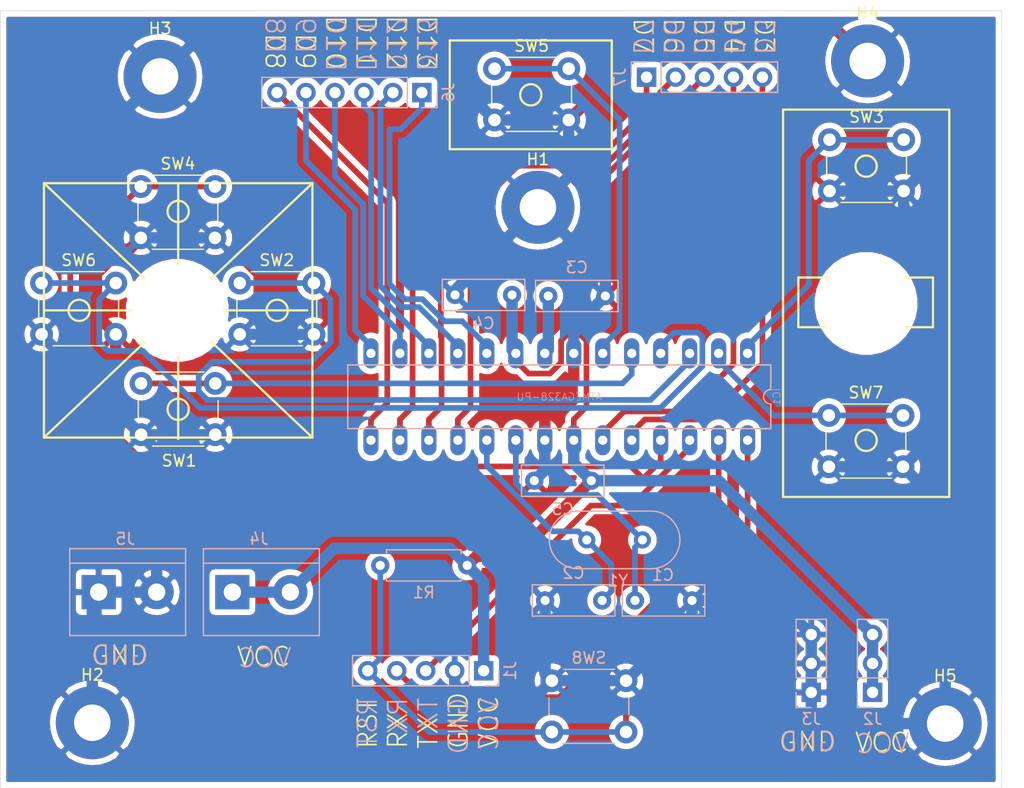
<source format=kicad_pcb>
(kicad_pcb (version 20171130) (host pcbnew "(5.1.0)-1")
  (layers (0 F.Cu signal) (31 B.Cu signal) (34 B.Paste user) (35 F.Paste user) (36 B.SilkS user) (37 F.SilkS user) (38 B.Mask user) (39 F.Mask user) (44 Edge.Cuts user))
  (net 0 "")
  (net 1 "Net-(IC1-Pad1)")
  (net 2 "Net-(IC1-Pad2)")
  (net 3 "Net-(IC1-Pad3)")
  (net 4 "Net-(IC1-Pad4)")
  (net 5 "Net-(IC1-Pad5)")
  (net 6 "Net-(IC1-Pad6)")
  (net 7 "Net-(IC1-Pad11)")
  (net 8 "Net-(IC1-Pad12)")
  (net 9 "Net-(IC1-Pad13)")
  (net 10 "Net-(IC1-Pad14)")
  (net 11 "Net-(IC1-Pad15)")
  (net 12 "Net-(IC1-Pad16)")
  (net 13 "Net-(IC1-Pad17)")
  (net 14 "Net-(IC1-Pad18)")
  (net 15 "Net-(IC1-Pad19)")
  (net 16 "Net-(IC1-Pad23)")
  (net 17 "Net-(IC1-Pad24)")
  (net 18 "Net-(IC1-Pad25)")
  (net 19 "Net-(IC1-Pad26)")
  (net 20 "Net-(IC1-Pad27)")
  (net 21 "Net-(IC1-Pad28)")
  (net 22 "Net-(C1-Pad1)")
  (net 23 "Net-(C1-Pad2)")
  (net 24 "Net-(C2-Pad2)")
  (net 25 "Net-(C3-Pad2)")
  (net 26 "Net-(C4-Pad2)")
  (module EchoCom:Hole (layer F.Cu) (at 99.11588 56.43372)
    (fp_text reference REF** (at -0.05588 -2.70764) (layer F.SilkS))
    (fp_text value Hole)
    (pad "" np_thru_hole circle (at 0 -5.08) (size 8 8) (drill 8) (layers *.Cu *.Mask))
  )
  (module EchoCom:Hole (layer F.Cu) (at 38.74516 57.03824)
    (fp_text reference REF** (at -0.05588 -2.70764) (layer F.SilkS))
    (fp_text value Hole)
    (pad "" np_thru_hole circle (at 0 -5.08) (size 8 8) (drill 8) (layers *.Cu *.Mask))
  )
  (module MountingHole:MountingHole_3.2mm_M3_Pad (layer F.Cu) (at 31.2928 88.13292)
    (fp_text reference H2 (at 0 -4.2) (layer F.SilkS))
    (fp_text value MountingHole_Pad)
    (pad 1 thru_hole circle (at 0 0) (size 6.4 6.4) (drill 3.2) (layers *.Cu *.Mask) (net 22 "Net-(C1-Pad1)"))
  )
  (module Capacitor_THT:C_Rect_L7.0mm_W2.5mm_P5.00mm (layer B.Cu) (at 83.86572 77.40904 180)
    (fp_text reference C1 (at 2.55524 2.24028 180) (layer B.SilkS) (effects (justify mirror)))
    (fp_text value C)
    (pad 1 thru_hole circle (at 0 0 180) (size 1.6 1.6) (drill 0.8) (layers *.Cu *.Mask) (net 22 "Net-(C1-Pad1)"))
    (pad 2 thru_hole circle (at 5 0 180) (size 1.6 1.6) (drill 0.8) (layers *.Cu *.Mask) (net 23 "Net-(C1-Pad2)"))
  )
  (module Capacitor_THT:C_Rect_L7.0mm_W2.5mm_P5.00mm (layer B.Cu) (at 70.98284 77.40904)
    (fp_text reference C2 (at 2.4892 -2.413) (layer B.SilkS) (effects (justify mirror)))
    (fp_text value C)
    (pad 2 thru_hole circle (at 5 0) (size 1.6 1.6) (drill 0.8) (layers *.Cu *.Mask) (net 24 "Net-(C2-Pad2)"))
    (pad 1 thru_hole circle (at 0 0) (size 1.6 1.6) (drill 0.8) (layers *.Cu *.Mask) (net 22 "Net-(C1-Pad1)"))
  )
  (module Capacitor_THT:C_Rect_L7.0mm_W2.5mm_P5.00mm (layer B.Cu) (at 76.26604 50.6984 180)
    (fp_text reference C3 (at 2.5 2.5 180) (layer B.SilkS) (effects (justify mirror)))
    (fp_text value C)
    (pad 1 thru_hole circle (at 0 0 180) (size 1.6 1.6) (drill 0.8) (layers *.Cu *.Mask) (net 22 "Net-(C1-Pad1)"))
    (pad 2 thru_hole circle (at 5 0 180) (size 1.6 1.6) (drill 0.8) (layers *.Cu *.Mask) (net 25 "Net-(C3-Pad2)"))
  )
  (module Capacitor_THT:C_Rect_L7.0mm_W2.5mm_P5.00mm (layer B.Cu) (at 63.08852 50.60696)
    (fp_text reference C4 (at 2.5 2.5) (layer B.SilkS) (effects (justify mirror)))
    (fp_text value C)
    (pad 1 thru_hole circle (at 0 0) (size 1.6 1.6) (drill 0.8) (layers *.Cu *.Mask) (net 22 "Net-(C1-Pad1)"))
    (pad 2 thru_hole circle (at 5 0) (size 1.6 1.6) (drill 0.8) (layers *.Cu *.Mask) (net 26 "Net-(C4-Pad2)"))
  )
  (module Capacitor_THT:C_Rect_L7.0mm_W2.5mm_P5.00mm (layer B.Cu) (at 70.03288 66.9036)
    (fp_text reference C5 (at 2.5 2.5) (layer B.SilkS) (effects (justify mirror)))
    (fp_text value C)
    (pad 2 thru_hole circle (at 5 0) (size 1.6 1.6) (drill 0.8) (layers *.Cu *.Mask) (net 26 "Net-(C4-Pad2)"))
    (pad 1 thru_hole circle (at 0 0) (size 1.6 1.6) (drill 0.8) (layers *.Cu *.Mask) (net 22 "Net-(C1-Pad1)"))
  )
  (module MountingHole:MountingHole_3.2mm_M3_Pad (layer F.Cu) (at 70.35292 42.92092)
    (fp_text reference H1 (at 0 -4.2) (layer F.SilkS))
    (fp_text value MountingHole_Pad)
    (pad 1 thru_hole circle (at 0 0) (size 6.4 6.4) (drill 3.2) (layers *.Cu *.Mask) (net 22 "Net-(C1-Pad1)"))
  )
  (module MountingHole:MountingHole_3.2mm_M3_Pad (layer F.Cu) (at 37.23132 31.44012)
    (fp_text reference H3 (at 0 -4.2) (layer F.SilkS))
    (fp_text value MountingHole_Pad)
    (pad 1 thru_hole circle (at 0 0) (size 6.4 6.4) (drill 3.2) (layers *.Cu *.Mask) (net 22 "Net-(C1-Pad1)"))
  )
  (module MountingHole:MountingHole_3.2mm_M3_Pad (layer F.Cu) (at 99.25812 30.08884)
    (fp_text reference H4 (at 0 -4.2) (layer F.SilkS))
    (fp_text value MountingHole_Pad)
    (pad 1 thru_hole circle (at 0 0) (size 6.4 6.4) (drill 3.2) (layers *.Cu *.Mask) (net 22 "Net-(C1-Pad1)"))
  )
  (module MountingHole:MountingHole_3.2mm_M3_Pad (layer F.Cu) (at 106.05516 88.20912)
    (fp_text reference H5 (at 0 -4.2) (layer F.SilkS))
    (fp_text value MountingHole_Pad)
    (pad 1 thru_hole circle (at 0 0) (size 6.4 6.4) (drill 3.2) (layers *.Cu *.Mask) (net 22 "Net-(C1-Pad1)"))
  )
  (module Connector_PinHeader_2.54mm:PinHeader_1x05_P2.54mm_Vertical (layer B.Cu) (at 65.59804 83.57108 90)
    (fp_text reference J1 (at 0 2.33 90) (layer B.SilkS) (effects (justify mirror)))
    (fp_text value Conn_Programmer)
    (pad 1 thru_hole rect (at 0 0 90) (size 1.7 1.7) (drill 1) (layers *.Cu *.Mask) (net 26 "Net-(C4-Pad2)"))
    (pad 2 thru_hole oval (at 0 -2.54 90) (size 1.7 1.7) (drill 1) (layers *.Cu *.Mask) (net 22 "Net-(C1-Pad1)"))
    (pad 3 thru_hole oval (at 0 -5.08 90) (size 1.7 1.7) (drill 1) (layers *.Cu *.Mask) (net 3 "Net-(IC1-Pad3)"))
    (pad 4 thru_hole oval (at 0 -7.62 90) (size 1.7 1.7) (drill 1) (layers *.Cu *.Mask) (net 2 "Net-(IC1-Pad2)"))
    (pad 5 thru_hole oval (at 0 -10.16 90) (size 1.7 1.7) (drill 1) (layers *.Cu *.Mask) (net 1 "Net-(IC1-Pad1)"))
  )
  (module Connector_PinHeader_2.54mm:PinHeader_1x03_P2.54mm_Vertical (layer B.Cu) (at 99.68992 85.471)
    (fp_text reference J2 (at 0 2.33) (layer B.SilkS) (effects (justify mirror)))
    (fp_text value "Conn_VCC (5v)")
    (pad 3 thru_hole oval (at 0 -5.08) (size 1.7 1.7) (drill 1) (layers *.Cu *.Mask) (net 26 "Net-(C4-Pad2)"))
    (pad 2 thru_hole oval (at 0 -2.54) (size 1.7 1.7) (drill 1) (layers *.Cu *.Mask) (net 26 "Net-(C4-Pad2)"))
    (pad 1 thru_hole rect (at 0 0) (size 1.7 1.7) (drill 1) (layers *.Cu *.Mask) (net 26 "Net-(C4-Pad2)"))
  )
  (module Connector_PinHeader_2.54mm:PinHeader_1x03_P2.54mm_Vertical (layer B.Cu) (at 94.31528 85.471)
    (fp_text reference J3 (at 0 2.33) (layer B.SilkS) (effects (justify mirror)))
    (fp_text value Conn_GND)
    (pad 1 thru_hole rect (at 0 0) (size 1.7 1.7) (drill 1) (layers *.Cu *.Mask) (net 22 "Net-(C1-Pad1)"))
    (pad 2 thru_hole oval (at 0 -2.54) (size 1.7 1.7) (drill 1) (layers *.Cu *.Mask) (net 22 "Net-(C1-Pad1)"))
    (pad 3 thru_hole oval (at 0 -5.08) (size 1.7 1.7) (drill 1) (layers *.Cu *.Mask) (net 22 "Net-(C1-Pad1)"))
  )
  (module TerminalBlock:TerminalBlock_bornier-2_P5.08mm (layer B.Cu) (at 43.57116 76.67752)
    (fp_text reference J4 (at 2.32664 -4.6736) (layer B.SilkS) (effects (justify mirror)))
    (fp_text value Screw_Terminal_VCC)
    (pad 1 thru_hole rect (at 0 0) (size 3 3) (drill 1.52) (layers *.Cu *.Mask) (net 26 "Net-(C4-Pad2)"))
    (pad 2 thru_hole circle (at 5.08 0) (size 3 3) (drill 1.52) (layers *.Cu *.Mask) (net 26 "Net-(C4-Pad2)"))
  )
  (module TerminalBlock:TerminalBlock_bornier-2_P5.08mm (layer B.Cu) (at 31.8516 76.67752)
    (fp_text reference J5 (at 2.32664 -4.6736) (layer B.SilkS) (effects (justify mirror)))
    (fp_text value Screw_Terminal_GND)
    (pad 2 thru_hole circle (at 5.08 0) (size 3 3) (drill 1.52) (layers *.Cu *.Mask) (net 22 "Net-(C1-Pad1)"))
    (pad 1 thru_hole rect (at 0 0) (size 3 3) (drill 1.52) (layers *.Cu *.Mask) (net 22 "Net-(C1-Pad1)"))
  )
  (module Connector_PinHeader_2.54mm:PinHeader_1x06_P2.54mm_Vertical (layer B.Cu) (at 60.18276 32.85744 90)
    (fp_text reference J6 (at 0 2.33 90) (layer B.SilkS) (effects (justify mirror)))
    (fp_text value Conn_01x06_Male)
    (pad 1 thru_hole rect (at 0 0 90) (size 1.7 1.7) (drill 1) (layers *.Cu *.Mask) (net 15 "Net-(IC1-Pad19)"))
    (pad 2 thru_hole oval (at 0 -2.54 90) (size 1.7 1.7) (drill 1) (layers *.Cu *.Mask) (net 14 "Net-(IC1-Pad18)"))
    (pad 3 thru_hole oval (at 0 -5.08 90) (size 1.7 1.7) (drill 1) (layers *.Cu *.Mask) (net 13 "Net-(IC1-Pad17)"))
    (pad 4 thru_hole oval (at 0 -7.62 90) (size 1.7 1.7) (drill 1) (layers *.Cu *.Mask) (net 12 "Net-(IC1-Pad16)"))
    (pad 5 thru_hole oval (at 0 -10.16 90) (size 1.7 1.7) (drill 1) (layers *.Cu *.Mask) (net 11 "Net-(IC1-Pad15)"))
    (pad 6 thru_hole oval (at 0 -12.7 90) (size 1.7 1.7) (drill 1) (layers *.Cu *.Mask) (net 10 "Net-(IC1-Pad14)"))
  )
  (module Connector_PinHeader_2.54mm:PinHeader_1x05_P2.54mm_Vertical (layer B.Cu) (at 79.87792 31.50616 270)
    (fp_text reference J7 (at 0 2.33 270) (layer B.SilkS) (effects (justify mirror)))
    (fp_text value Conn_01x05_Male)
    (pad 5 thru_hole oval (at 0 -10.16 270) (size 1.7 1.7) (drill 1) (layers *.Cu *.Mask) (net 5 "Net-(IC1-Pad5)"))
    (pad 4 thru_hole oval (at 0 -7.62 270) (size 1.7 1.7) (drill 1) (layers *.Cu *.Mask) (net 6 "Net-(IC1-Pad6)"))
    (pad 3 thru_hole oval (at 0 -5.08 270) (size 1.7 1.7) (drill 1) (layers *.Cu *.Mask) (net 7 "Net-(IC1-Pad11)"))
    (pad 2 thru_hole oval (at 0 -2.54 270) (size 1.7 1.7) (drill 1) (layers *.Cu *.Mask) (net 8 "Net-(IC1-Pad12)"))
    (pad 1 thru_hole rect (at 0 0 270) (size 1.7 1.7) (drill 1) (layers *.Cu *.Mask) (net 9 "Net-(IC1-Pad13)"))
  )
  (module Resistor_THT:R_Axial_DIN0207_L6.3mm_D2.5mm_P7.62mm_Horizontal (layer B.Cu) (at 56.53532 74.33564)
    (fp_text reference R1 (at 3.81 2.37) (layer B.SilkS) (effects (justify mirror)))
    (fp_text value R)
    (pad 1 thru_hole circle (at 0 0) (size 1.6 1.6) (drill 0.8) (layers *.Cu *.Mask) (net 1 "Net-(IC1-Pad1)"))
    (pad 2 thru_hole oval (at 7.62 0) (size 1.6 1.6) (drill 0.8) (layers *.Cu *.Mask) (net 26 "Net-(C4-Pad2)"))
  )
  (module Button_Switch_THT:SW_PUSH_6mm_H5mm (layer F.Cu) (at 35.57016 58.3692)
    (fp_text reference SW1 (at 3.33248 6.7818) (layer F.SilkS))
    (fp_text value SW_Cross_Down)
    (pad 2 thru_hole circle (at 0 4.5 90) (size 2 2) (drill 1.1) (layers *.Cu *.Mask) (net 22 "Net-(C1-Pad1)"))
    (pad 1 thru_hole circle (at 0 0 90) (size 2 2) (drill 1.1) (layers *.Cu *.Mask) (net 17 "Net-(IC1-Pad24)"))
    (pad 2 thru_hole circle (at 6.5 4.5 90) (size 2 2) (drill 1.1) (layers *.Cu *.Mask) (net 22 "Net-(C1-Pad1)"))
    (pad 1 thru_hole circle (at 6.5 0 90) (size 2 2) (drill 1.1) (layers *.Cu *.Mask) (net 17 "Net-(IC1-Pad24)"))
  )
  (module Button_Switch_THT:SW_PUSH_6mm_H5mm (layer F.Cu) (at 44.21632 49.56556)
    (fp_text reference SW2 (at 3.25 -2) (layer F.SilkS))
    (fp_text value SW_Cross_Right)
    (pad 2 thru_hole circle (at 0 4.5 90) (size 2 2) (drill 1.1) (layers *.Cu *.Mask) (net 22 "Net-(C1-Pad1)"))
    (pad 1 thru_hole circle (at 0 0 90) (size 2 2) (drill 1.1) (layers *.Cu *.Mask) (net 19 "Net-(IC1-Pad26)"))
    (pad 2 thru_hole circle (at 6.5 4.5 90) (size 2 2) (drill 1.1) (layers *.Cu *.Mask) (net 22 "Net-(C1-Pad1)"))
    (pad 1 thru_hole circle (at 6.5 0 90) (size 2 2) (drill 1.1) (layers *.Cu *.Mask) (net 19 "Net-(IC1-Pad26)"))
  )
  (module Button_Switch_THT:SW_PUSH_6mm_H5mm (layer F.Cu) (at 95.91548 36.99256)
    (fp_text reference SW3 (at 3.25 -2) (layer F.SilkS))
    (fp_text value SW_Dual_Up)
    (pad 1 thru_hole circle (at 6.5 0 90) (size 2 2) (drill 1.1) (layers *.Cu *.Mask) (net 21 "Net-(IC1-Pad28)"))
    (pad 2 thru_hole circle (at 6.5 4.5 90) (size 2 2) (drill 1.1) (layers *.Cu *.Mask) (net 22 "Net-(C1-Pad1)"))
    (pad 1 thru_hole circle (at 0 0 90) (size 2 2) (drill 1.1) (layers *.Cu *.Mask) (net 21 "Net-(IC1-Pad28)"))
    (pad 2 thru_hole circle (at 0 4.5 90) (size 2 2) (drill 1.1) (layers *.Cu *.Mask) (net 22 "Net-(C1-Pad1)"))
  )
  (module Button_Switch_THT:SW_PUSH_6mm_H5mm (layer F.Cu) (at 35.54476 41.10228)
    (fp_text reference SW4 (at 3.25 -2) (layer F.SilkS))
    (fp_text value SW_Cross_Up)
    (pad 2 thru_hole circle (at 0 4.5 90) (size 2 2) (drill 1.1) (layers *.Cu *.Mask) (net 22 "Net-(C1-Pad1)"))
    (pad 1 thru_hole circle (at 0 0 90) (size 2 2) (drill 1.1) (layers *.Cu *.Mask) (net 4 "Net-(IC1-Pad4)"))
    (pad 2 thru_hole circle (at 6.5 4.5 90) (size 2 2) (drill 1.1) (layers *.Cu *.Mask) (net 22 "Net-(C1-Pad1)"))
    (pad 1 thru_hole circle (at 6.5 0 90) (size 2 2) (drill 1.1) (layers *.Cu *.Mask) (net 4 "Net-(IC1-Pad4)"))
  )
  (module Button_Switch_THT:SW_PUSH_6mm_H5mm (layer F.Cu) (at 66.55308 30.76448)
    (fp_text reference SW5 (at 3.25 -2) (layer F.SilkS))
    (fp_text value SW_Single)
    (pad 1 thru_hole circle (at 6.5 0 90) (size 2 2) (drill 1.1) (layers *.Cu *.Mask) (net 16 "Net-(IC1-Pad23)"))
    (pad 2 thru_hole circle (at 6.5 4.5 90) (size 2 2) (drill 1.1) (layers *.Cu *.Mask) (net 22 "Net-(C1-Pad1)"))
    (pad 1 thru_hole circle (at 0 0 90) (size 2 2) (drill 1.1) (layers *.Cu *.Mask) (net 16 "Net-(IC1-Pad23)"))
    (pad 2 thru_hole circle (at 0 4.5 90) (size 2 2) (drill 1.1) (layers *.Cu *.Mask) (net 22 "Net-(C1-Pad1)"))
  )
  (module Button_Switch_THT:SW_PUSH_6mm_H5mm (layer F.Cu) (at 26.8478 49.56556)
    (fp_text reference SW6 (at 3.25 -2) (layer F.SilkS))
    (fp_text value SW_Cross_Left)
    (pad 1 thru_hole circle (at 6.5 0 90) (size 2 2) (drill 1.1) (layers *.Cu *.Mask) (net 18 "Net-(IC1-Pad25)"))
    (pad 2 thru_hole circle (at 6.5 4.5 90) (size 2 2) (drill 1.1) (layers *.Cu *.Mask) (net 22 "Net-(C1-Pad1)"))
    (pad 1 thru_hole circle (at 0 0 90) (size 2 2) (drill 1.1) (layers *.Cu *.Mask) (net 18 "Net-(IC1-Pad25)"))
    (pad 2 thru_hole circle (at 0 4.5 90) (size 2 2) (drill 1.1) (layers *.Cu *.Mask) (net 22 "Net-(C1-Pad1)"))
  )
  (module Button_Switch_THT:SW_PUSH_6mm_H5mm (layer F.Cu) (at 95.8596 61.17844)
    (fp_text reference SW7 (at 3.25 -2) (layer F.SilkS))
    (fp_text value SW_Dual_Down)
    (pad 1 thru_hole circle (at 6.5 0 90) (size 2 2) (drill 1.1) (layers *.Cu *.Mask) (net 20 "Net-(IC1-Pad27)"))
    (pad 2 thru_hole circle (at 6.5 4.5 90) (size 2 2) (drill 1.1) (layers *.Cu *.Mask) (net 22 "Net-(C1-Pad1)"))
    (pad 1 thru_hole circle (at 0 0 90) (size 2 2) (drill 1.1) (layers *.Cu *.Mask) (net 20 "Net-(IC1-Pad27)"))
    (pad 2 thru_hole circle (at 0 4.5 90) (size 2 2) (drill 1.1) (layers *.Cu *.Mask) (net 22 "Net-(C1-Pad1)"))
  )
  (module Button_Switch_THT:SW_PUSH_6mm_H5mm (layer B.Cu) (at 78.0772 84.44484 180)
    (fp_text reference SW8 (at 3.25 2 180) (layer B.SilkS) (effects (justify mirror)))
    (fp_text value SW_Reset)
    (pad 2 thru_hole circle (at 0 -4.5 90) (size 2 2) (drill 1.1) (layers *.Cu *.Mask) (net 1 "Net-(IC1-Pad1)"))
    (pad 1 thru_hole circle (at 0 0 90) (size 2 2) (drill 1.1) (layers *.Cu *.Mask) (net 22 "Net-(C1-Pad1)"))
    (pad 2 thru_hole circle (at 6.5 -4.5 90) (size 2 2) (drill 1.1) (layers *.Cu *.Mask) (net 1 "Net-(IC1-Pad1)"))
    (pad 1 thru_hole circle (at 6.5 0 90) (size 2 2) (drill 1.1) (layers *.Cu *.Mask) (net 22 "Net-(C1-Pad1)"))
  )
  (module Crystal:Crystal_HC49-4H_Vertical (layer B.Cu) (at 74.63536 72.09536)
    (fp_text reference Y1 (at 2.72288 3.57632) (layer B.SilkS) (effects (justify mirror)))
    (fp_text value Crystal)
    (pad 1 thru_hole circle (at 0 0) (size 1.5 1.5) (drill 0.8) (layers *.Cu *.Mask) (net 24 "Net-(C2-Pad2)"))
    (pad 2 thru_hole circle (at 4.88 0) (size 1.5 1.5) (drill 0.8) (layers *.Cu *.Mask) (net 23 "Net-(C1-Pad2)"))
  )
  (module ATMEGA328-PU:DIL28 (layer B.Cu) (at 72.22744 59.54268 90)
    (fp_text reference IC1 (at 0 19.066 90) (layer B.SilkS) (effects (font (size 0.640539 0.640539) (thickness 0.05)) (justify mirror)))
    (fp_text value ATMEGA328-PU (at 0 0) (layer B.SilkS) (effects (font (size 0.640739 0.640739) (thickness 0.05)) (justify mirror)))
    (pad 1 thru_hole oval (at -3.81 16.51 90) (size 2.6416 1.3208) (drill 0.8128) (layers *.Cu *.Mask) (net 1 "Net-(IC1-Pad1)"))
    (pad 2 thru_hole oval (at -3.81 13.97 90) (size 2.6416 1.3208) (drill 0.8128) (layers *.Cu *.Mask) (net 2 "Net-(IC1-Pad2)"))
    (pad 3 thru_hole oval (at -3.81 11.43 90) (size 2.6416 1.3208) (drill 0.8128) (layers *.Cu *.Mask) (net 3 "Net-(IC1-Pad3)"))
    (pad 4 thru_hole oval (at -3.81 8.89 90) (size 2.6416 1.3208) (drill 0.8128) (layers *.Cu *.Mask) (net 4 "Net-(IC1-Pad4)"))
    (pad 5 thru_hole oval (at -3.81 6.35 90) (size 2.6416 1.3208) (drill 0.8128) (layers *.Cu *.Mask) (net 5 "Net-(IC1-Pad5)"))
    (pad 6 thru_hole oval (at -3.81 3.81 90) (size 2.6416 1.3208) (drill 0.8128) (layers *.Cu *.Mask) (net 6 "Net-(IC1-Pad6)"))
    (pad 7 thru_hole oval (at -3.81 1.27 90) (size 2.6416 1.3208) (drill 0.8128) (layers *.Cu *.Mask) (net 26 "Net-(C4-Pad2)"))
    (pad 8 thru_hole oval (at -3.81 -1.27 90) (size 2.6416 1.3208) (drill 0.8128) (layers *.Cu *.Mask) (net 22 "Net-(C1-Pad1)"))
    (pad 9 thru_hole oval (at -3.81 -3.81 90) (size 2.6416 1.3208) (drill 0.8128) (layers *.Cu *.Mask) (net 23 "Net-(C1-Pad2)"))
    (pad 10 thru_hole oval (at -3.81 -6.35 90) (size 2.6416 1.3208) (drill 0.8128) (layers *.Cu *.Mask) (net 24 "Net-(C2-Pad2)"))
    (pad 11 thru_hole oval (at -3.81 -8.89 90) (size 2.6416 1.3208) (drill 0.8128) (layers *.Cu *.Mask) (net 7 "Net-(IC1-Pad11)"))
    (pad 12 thru_hole oval (at -3.81 -11.43 90) (size 2.6416 1.3208) (drill 0.8128) (layers *.Cu *.Mask) (net 8 "Net-(IC1-Pad12)"))
    (pad 13 thru_hole oval (at -3.81 -13.97 90) (size 2.6416 1.3208) (drill 0.8128) (layers *.Cu *.Mask) (net 9 "Net-(IC1-Pad13)"))
    (pad 14 thru_hole oval (at -3.81 -16.51 90) (size 2.6416 1.3208) (drill 0.8128) (layers *.Cu *.Mask) (net 10 "Net-(IC1-Pad14)"))
    (pad 15 thru_hole oval (at 3.81 -16.51 90) (size 2.6416 1.3208) (drill 0.8128) (layers *.Cu *.Mask) (net 11 "Net-(IC1-Pad15)"))
    (pad 16 thru_hole oval (at 3.81 -13.97 90) (size 2.6416 1.3208) (drill 0.8128) (layers *.Cu *.Mask) (net 12 "Net-(IC1-Pad16)"))
    (pad 17 thru_hole oval (at 3.81 -11.43 90) (size 2.6416 1.3208) (drill 0.8128) (layers *.Cu *.Mask) (net 13 "Net-(IC1-Pad17)"))
    (pad 18 thru_hole oval (at 3.81 -8.89 90) (size 2.6416 1.3208) (drill 0.8128) (layers *.Cu *.Mask) (net 14 "Net-(IC1-Pad18)"))
    (pad 19 thru_hole oval (at 3.81 -6.35 90) (size 2.6416 1.3208) (drill 0.8128) (layers *.Cu *.Mask) (net 15 "Net-(IC1-Pad19)"))
    (pad 20 thru_hole oval (at 3.81 -3.81 90) (size 2.6416 1.3208) (drill 0.8128) (layers *.Cu *.Mask) (net 26 "Net-(C4-Pad2)"))
    (pad 21 thru_hole oval (at 3.81 -1.27 90) (size 2.6416 1.3208) (drill 0.8128) (layers *.Cu *.Mask) (net 25 "Net-(C3-Pad2)"))
    (pad 22 thru_hole oval (at 3.81 1.27 90) (size 2.6416 1.3208) (drill 0.8128) (layers *.Cu *.Mask) (net 22 "Net-(C1-Pad1)"))
    (pad 23 thru_hole oval (at 3.81 3.81 90) (size 2.6416 1.3208) (drill 0.8128) (layers *.Cu *.Mask) (net 16 "Net-(IC1-Pad23)"))
    (pad 24 thru_hole oval (at 3.81 6.35 90) (size 2.6416 1.3208) (drill 0.8128) (layers *.Cu *.Mask) (net 17 "Net-(IC1-Pad24)"))
    (pad 25 thru_hole oval (at 3.81 8.89 90) (size 2.6416 1.3208) (drill 0.8128) (layers *.Cu *.Mask) (net 18 "Net-(IC1-Pad25)"))
    (pad 26 thru_hole oval (at 3.81 11.43 90) (size 2.6416 1.3208) (drill 0.8128) (layers *.Cu *.Mask) (net 19 "Net-(IC1-Pad26)"))
    (pad 27 thru_hole oval (at 3.81 13.97 90) (size 2.6416 1.3208) (drill 0.8128) (layers *.Cu *.Mask) (net 20 "Net-(IC1-Pad27)"))
    (pad 28 thru_hole oval (at 3.81 16.51 90) (size 2.6416 1.3208) (drill 0.8128) (layers *.Cu *.Mask) (net 21 "Net-(IC1-Pad28)"))
  )
  (gr_line (start 23.22576 25.77592) (end 23.22576 25.68448) (layer Edge.Cuts) (width 0.05))
  (gr_line (start 25.29332 25.68448) (end 23.22576 25.68448) (layer Edge.Cuts) (width 0.05))
  (gr_line (start 23.22576 93.86316) (end 23.22576 25.77592) (layer Edge.Cuts) (width 0.05))
  (gr_line (start 50.587703 40.804562) (end 27.05305 63.119902) (layer F.SilkS) (width 0.2))
  (gr_text GND (at 93.97492 89.80424) (layer F.SilkS) (effects (font (size 1.65 1.65))))
  (gr_text VCC (at 100.4824 89.87028) (layer F.SilkS) (effects (font (size 1.65 1.65))))
  (gr_text VCC (at 100.59416 89.98204) (layer B.SilkS) (effects (font (size 1.65 1.65)) (justify mirror)))
  (gr_text GND (at 94.02572 89.80424) (layer B.SilkS) (effects (font (size 1.65 1.65)) (justify mirror)))
  (gr_text VCC (at 46.4058 82.45348) (layer B.SilkS) (effects (font (size 1.65 1.65)) (justify mirror)))
  (gr_text GND (at 33.73628 82.22488) (layer B.SilkS) (effects (font (size 1.65 1.65)) (justify mirror)))
  (gr_text VCC (at 46.29404 82.34172) (layer F.SilkS) (effects (font (size 1.65 1.65))))
  (gr_text GND (at 33.68548 82.22488) (layer F.SilkS) (effects (font (size 1.65 1.65))))
  (gr_text "D13\nD12\nD11\nD10\nD9\nD8" (at 53.93436 26.14168 270) (layer B.SilkS) (effects (font (size 1.65 1.65)) (justify right mirror)))
  (gr_text "D3\nD4\nD5\nD6\nD7" (at 84.85632 27.9654 270) (layer B.SilkS) (effects (font (size 1.65 1.65)) (justify mirror)))
  (gr_text "RST\nRX\nTX\nGND\nVCC" (at 60.73648 85.80628 90) (layer B.SilkS) (effects (font (size 1.65 1.65)) (justify left mirror)))
  (gr_text "RST\nRX\nTX\nGND\nVCC" (at 60.72632 90.54084 90) (layer F.SilkS) (effects (font (size 1.65 1.65)) (justify left)))
  (gr_text "D3\nD4\nD5\nD6\nD7" (at 84.88172 27.8892 270) (layer F.SilkS) (effects (font (size 1.65 1.65))))
  (gr_text "D13\nD12\nD11\nD10\nD9\nD8" (at 53.93944 30.94736 270) (layer F.SilkS) (effects (font (size 1.65 1.65)) (justify right)))
  (gr_line (start 25.6794 93.86316) (end 23.22576 93.86316) (layer Edge.Cuts) (width 0.05))
  (gr_line (start 111.00816 93.86316) (end 25.6794 93.86316) (layer Edge.Cuts) (width 0.05))
  (gr_line (start 111.00816 25.68448) (end 111.00816 93.86316) (layer Edge.Cuts) (width 0.05))
  (gr_line (start 25.29332 25.68448) (end 111.00816 25.68448) (layer Edge.Cuts) (width 0.05))
  (gr_line (start 27.05305 40.804562) (end 27.05305 63.119902) (layer F.SilkS) (width 0.2))
  (gr_circle (center 38.820376 43.282232) (end 39.750376 43.282232) (layer F.SilkS) (width 0.2))
  (gr_line (start 50.587703 63.119902) (end 50.587703 40.804562) (layer F.SilkS) (width 0.2))
  (gr_line (start 27.05305 40.804562) (end 50.587703 63.119902) (layer F.SilkS) (width 0.2))
  (gr_circle (center 30.140376 51.962232) (end 31.070376 51.962232) (layer F.SilkS) (width 0.2))
  (gr_line (start 38.820376 51.962232) (end 38.820376 63.243573) (layer F.SilkS) (width 0.2))
  (gr_line (start 27.05305 63.119902) (end 50.587703 63.119902) (layer F.SilkS) (width 0.2))
  (gr_circle (center 38.820376 60.642232) (end 39.750376 60.642232) (layer F.SilkS) (width 0.2))
  (gr_circle (center 69.72862 33.055391) (end 70.65862 33.055391) (layer F.SilkS) (width 0.2))
  (gr_line (start 104.986318 53.439332) (end 104.986318 49.078718) (layer F.SilkS) (width 0.2))
  (gr_circle (center 99.127787 63.368771) (end 100.057787 63.368771) (layer F.SilkS) (width 0.2))
  (gr_circle (center 47.500376 51.962232) (end 48.430376 51.962232) (layer F.SilkS) (width 0.2))
  (gr_line (start 104.986318 49.078718) (end 93.18359 49.078718) (layer F.SilkS) (width 0.2))
  (gr_line (start 93.18359 53.439332) (end 104.986318 53.439332) (layer F.SilkS) (width 0.2))
  (gr_line (start 93.18359 49.078718) (end 93.18359 53.439332) (layer F.SilkS) (width 0.2))
  (gr_line (start 38.820376 51.962232) (end 27.200354 51.962232) (layer F.SilkS) (width 0.2))
  (gr_line (start 38.820376 51.962232) (end 38.820376 40.923573) (layer F.SilkS) (width 0.2))
  (gr_line (start 106.411376 34.352384) (end 91.8442 34.352384) (layer F.SilkS) (width 0.2))
  (gr_circle (center 38.820376 51.962232) (end 40.990376 51.962232) (layer F.SilkS) (width 0.2))
  (gr_line (start 106.411376 68.328771) (end 106.411376 34.352384) (layer F.SilkS) (width 0.2))
  (gr_line (start 91.8442 68.328771) (end 106.411376 68.328771) (layer F.SilkS) (width 0.2))
  (gr_circle (center 99.127787 39.312384) (end 100.057787 39.312384) (layer F.SilkS) (width 0.2))
  (gr_line (start 76.831057 37.823573) (end 62.626183 37.823573) (layer F.SilkS) (width 0.2))
  (gr_line (start 76.831057 28.28721) (end 76.831057 37.823573) (layer F.SilkS) (width 0.2))
  (gr_line (start 91.8442 34.352384) (end 91.8442 68.328771) (layer F.SilkS) (width 0.2))
  (gr_line (start 62.626183 37.823573) (end 62.626183 28.28721) (layer F.SilkS) (width 0.2))
  (gr_line (start 62.626183 28.28721) (end 76.831057 28.28721) (layer F.SilkS) (width 0.2))
  (gr_line (start 38.820376 51.962232) (end 50.140354 51.962232) (layer F.SilkS) (width 0.2))
  (gr_line (start 50.587703 40.804562) (end 27.05305 40.804562) (layer F.SilkS) (width 0.2))
  (segment (start 56.53532 82.4738) (end 55.43804 83.57108) (width 0.5) (layer B.Cu) (net 1))
  (segment (start 56.53532 74.33564) (end 56.53532 82.4738) (width 0.5) (layer B.Cu) (net 1))
  (segment (start 60.8118 88.94484) (end 71.5772 88.94484) (width 0.5) (layer B.Cu) (net 1))
  (segment (start 55.43804 83.57108) (end 60.8118 88.94484) (width 0.5) (layer B.Cu) (net 1))
  (segment (start 71.5772 88.94484) (end 78.0772 88.94484) (width 0.5) (layer B.Cu) (net 1))
  (segment (start 88.73744 65.17348) (end 88.73744 63.35268) (width 0.5) (layer F.Cu) (net 1))
  (segment (start 88.73744 76.870387) (end 88.73744 65.17348) (width 0.5) (layer F.Cu) (net 1))
  (segment (start 78.0772 87.530627) (end 88.73744 76.870387) (width 0.5) (layer F.Cu) (net 1))
  (segment (start 78.0772 88.94484) (end 78.0772 87.530627) (width 0.5) (layer F.Cu) (net 1))
  (segment (start 58.828039 84.421079) (end 57.97804 83.57108) (width 0.5) (layer F.Cu) (net 2))
  (segment (start 60.301801 85.894841) (end 58.828039 84.421079) (width 0.5) (layer F.Cu) (net 2))
  (segment (start 72.229921 85.894841) (end 60.301801 85.894841) (width 0.5) (layer F.Cu) (net 2))
  (segment (start 86.19744 71.927322) (end 72.229921 85.894841) (width 0.5) (layer F.Cu) (net 2))
  (segment (start 86.19744 63.35268) (end 86.19744 71.927322) (width 0.5) (layer F.Cu) (net 2))
  (segment (start 83.65744 64.01308) (end 83.65744 63.35268) (width 0.5) (layer F.Cu) (net 3))
  (segment (start 78.5876 69.08292) (end 83.65744 64.01308) (width 0.5) (layer F.Cu) (net 3))
  (segment (start 75.0062 69.08292) (end 78.5876 69.08292) (width 0.5) (layer F.Cu) (net 3))
  (segment (start 60.51804 83.57108) (end 75.0062 69.08292) (width 0.5) (layer F.Cu) (net 3))
  (segment (start 81.11744 63.35268) (end 80.808196 63.35268) (width 0.5) (layer F.Cu) (net 4))
  (segment (start 36.958973 41.10228) (end 42.04476 41.10228) (width 0.5) (layer F.Cu) (net 4))
  (segment (start 35.54476 41.10228) (end 36.958973 41.10228) (width 0.5) (layer F.Cu) (net 4))
  (segment (start 29.35732 47.28972) (end 35.54476 41.10228) (width 0.5) (layer F.Cu) (net 4))
  (segment (start 81.11744 65.17348) (end 79.57528 66.71564) (width 0.5) (layer F.Cu) (net 4))
  (segment (start 79.57528 66.71564) (end 78.513239 65.653599) (width 0.5) (layer F.Cu) (net 4))
  (segment (start 78.513239 65.653599) (end 36.208557 65.653599) (width 0.5) (layer F.Cu) (net 4))
  (segment (start 81.11744 63.35268) (end 81.11744 65.17348) (width 0.5) (layer F.Cu) (net 4))
  (segment (start 36.208557 65.653599) (end 29.35732 58.802362) (width 0.5) (layer F.Cu) (net 4))
  (segment (start 29.35732 58.802362) (end 29.35732 47.28972) (width 0.5) (layer F.Cu) (net 4))
  (segment (start 78.57744 63.35268) (end 78.57744 63.043436) (width 0.5) (layer B.Cu) (net 5))
  (segment (start 78.57744 62.69228) (end 78.57744 63.35268) (width 0.5) (layer F.Cu) (net 5))
  (segment (start 79.73784 61.53188) (end 78.57744 62.69228) (width 0.5) (layer F.Cu) (net 5))
  (segment (start 85.168996 61.53188) (end 79.73784 61.53188) (width 0.5) (layer F.Cu) (net 5))
  (segment (start 90.03792 56.662956) (end 85.168996 61.53188) (width 0.5) (layer F.Cu) (net 5))
  (segment (start 90.03792 31.50616) (end 90.03792 56.662956) (width 0.5) (layer F.Cu) (net 5))
  (segment (start 76.03744 62.69228) (end 76.03744 63.35268) (width 0.5) (layer B.Cu) (net 6))
  (segment (start 76.03744 62.69228) (end 76.03744 63.35268) (width 0.5) (layer F.Cu) (net 6))
  (segment (start 77.89785 60.83187) (end 76.03744 62.69228) (width 0.5) (layer F.Cu) (net 6))
  (segment (start 83.329006 60.83187) (end 77.89785 60.83187) (width 0.5) (layer F.Cu) (net 6))
  (segment (start 87.49792 56.662956) (end 83.329006 60.83187) (width 0.5) (layer F.Cu) (net 6))
  (segment (start 87.49792 31.50616) (end 87.49792 56.662956) (width 0.5) (layer F.Cu) (net 6))
  (segment (start 64.44785 60.42147) (end 63.33744 61.53188) (width 0.5) (layer F.Cu) (net 7))
  (segment (start 64.44785 43.423988) (end 64.44785 60.42147) (width 0.5) (layer F.Cu) (net 7))
  (segment (start 68.600919 39.270919) (end 64.44785 43.423988) (width 0.5) (layer F.Cu) (net 7))
  (segment (start 72.104921 39.270919) (end 68.600919 39.270919) (width 0.5) (layer F.Cu) (net 7))
  (segment (start 74.002921 41.168919) (end 72.104921 39.270919) (width 0.5) (layer F.Cu) (net 7))
  (segment (start 75.295161 41.168919) (end 74.002921 41.168919) (width 0.5) (layer F.Cu) (net 7))
  (segment (start 63.33744 61.53188) (end 63.33744 63.35268) (width 0.5) (layer F.Cu) (net 7))
  (segment (start 84.95792 31.50616) (end 75.295161 41.168919) (width 0.5) (layer F.Cu) (net 7))
  (segment (start 82.41792 31.50616) (end 81.0768 32.84728) (width 0.5) (layer F.Cu) (net 8))
  (segment (start 81.0768 32.84728) (end 81.0768 34.397318) (width 0.5) (layer F.Cu) (net 8))
  (segment (start 74.292873 40.468909) (end 72.394874 38.570909) (width 0.5) (layer F.Cu) (net 8))
  (segment (start 81.0768 34.397318) (end 75.005209 40.468909) (width 0.5) (layer F.Cu) (net 8))
  (segment (start 75.005209 40.468909) (end 74.292873 40.468909) (width 0.5) (layer F.Cu) (net 8))
  (segment (start 60.79744 61.53188) (end 60.79744 63.35268) (width 0.5) (layer F.Cu) (net 8))
  (segment (start 61.90785 60.42147) (end 60.79744 61.53188) (width 0.5) (layer F.Cu) (net 8))
  (segment (start 61.90785 54.31833) (end 61.90785 60.42147) (width 0.5) (layer F.Cu) (net 8))
  (segment (start 61.838519 45.043356) (end 61.838519 54.248999) (width 0.5) (layer F.Cu) (net 8))
  (segment (start 68.310966 38.570909) (end 61.838519 45.043356) (width 0.5) (layer F.Cu) (net 8))
  (segment (start 61.838519 54.248999) (end 61.90785 54.31833) (width 0.5) (layer F.Cu) (net 8))
  (segment (start 72.394874 38.570909) (end 68.310966 38.570909) (width 0.5) (layer F.Cu) (net 8))
  (segment (start 79.87792 31.50616) (end 79.87792 34.4424) (width 0.5) (layer F.Cu) (net 9))
  (segment (start 79.87792 34.4424) (end 74.65568 39.66464) (width 0.5) (layer F.Cu) (net 9))
  (segment (start 58.25744 61.53188) (end 58.25744 63.35268) (width 0.5) (layer F.Cu) (net 9))
  (segment (start 59.36785 60.42147) (end 58.25744 61.53188) (width 0.5) (layer F.Cu) (net 9))
  (segment (start 59.36785 46.524062) (end 59.36785 60.42147) (width 0.5) (layer F.Cu) (net 9))
  (segment (start 68.021013 37.870899) (end 59.36785 46.524062) (width 0.5) (layer F.Cu) (net 9))
  (segment (start 72.861939 37.870899) (end 68.021013 37.870899) (width 0.5) (layer F.Cu) (net 9))
  (segment (start 74.65568 39.66464) (end 72.861939 37.870899) (width 0.5) (layer F.Cu) (net 9))
  (segment (start 55.71744 61.53188) (end 55.71744 63.35268) (width 0.5) (layer F.Cu) (net 10))
  (segment (start 57.14703 60.10229) (end 55.71744 61.53188) (width 0.5) (layer F.Cu) (net 10))
  (segment (start 57.14703 42.52171) (end 57.14703 60.10229) (width 0.5) (layer F.Cu) (net 10))
  (segment (start 47.48276 32.85744) (end 57.14703 42.52171) (width 0.5) (layer F.Cu) (net 10))
  (segment (start 50.02276 38.827078) (end 50.02276 32.85744) (width 0.5) (layer B.Cu) (net 11))
  (segment (start 54.33465 43.138967) (end 50.02276 38.827078) (width 0.5) (layer B.Cu) (net 11))
  (segment (start 54.33465 53.68949) (end 54.33465 43.138967) (width 0.5) (layer B.Cu) (net 11))
  (segment (start 55.71744 55.73268) (end 55.71744 55.07228) (width 0.5) (layer B.Cu) (net 11))
  (segment (start 55.71744 55.07228) (end 54.33465 53.68949) (width 0.5) (layer B.Cu) (net 11))
  (segment (start 52.56276 40.184074) (end 52.56276 32.85744) (width 0.5) (layer B.Cu) (net 12))
  (segment (start 55.03466 42.655974) (end 52.56276 40.184074) (width 0.5) (layer B.Cu) (net 12))
  (segment (start 55.03466 50.6891) (end 55.03466 42.655974) (width 0.5) (layer B.Cu) (net 12))
  (segment (start 58.25744 55.73268) (end 58.25744 53.91188) (width 0.5) (layer B.Cu) (net 12))
  (segment (start 58.25744 53.91188) (end 55.03466 50.6891) (width 0.5) (layer B.Cu) (net 12))
  (segment (start 60.79744 55.07228) (end 55.73467 50.00951) (width 0.5) (layer B.Cu) (net 13))
  (segment (start 60.79744 55.73268) (end 60.79744 55.07228) (width 0.5) (layer B.Cu) (net 13))
  (segment (start 55.10276 34.059521) (end 55.10276 32.85744) (width 0.5) (layer B.Cu) (net 13))
  (segment (start 55.73467 34.691431) (end 55.10276 34.059521) (width 0.5) (layer B.Cu) (net 13))
  (segment (start 55.73467 50.00951) (end 55.73467 34.691431) (width 0.5) (layer B.Cu) (net 13))
  (segment (start 59.944 51.67884) (end 58.393962 51.67884) (width 0.5) (layer B.Cu) (net 14))
  (segment (start 63.33744 55.73268) (end 63.33744 55.07228) (width 0.5) (layer B.Cu) (net 14))
  (segment (start 63.33744 55.07228) (end 59.944 51.67884) (width 0.5) (layer B.Cu) (net 14))
  (segment (start 58.393962 51.67884) (end 56.55564 49.840518) (width 0.5) (layer B.Cu) (net 14))
  (segment (start 56.55564 33.94456) (end 57.64276 32.85744) (width 0.5) (layer B.Cu) (net 14))
  (segment (start 56.55564 49.840518) (end 56.55564 33.94456) (width 0.5) (layer B.Cu) (net 14))
  (segment (start 60.18276 34.20744) (end 60.18276 32.85744) (width 0.5) (layer B.Cu) (net 15))
  (segment (start 58.31204 36.07816) (end 60.18276 34.20744) (width 0.5) (layer B.Cu) (net 15))
  (segment (start 57.34304 36.07816) (end 58.31204 36.07816) (width 0.5) (layer B.Cu) (net 15))
  (segment (start 57.34304 49.637956) (end 57.34304 36.07816) (width 0.5) (layer B.Cu) (net 15))
  (segment (start 65.87744 55.73268) (end 65.87744 55.07228) (width 0.5) (layer B.Cu) (net 15))
  (segment (start 65.87744 55.07228) (end 63.72352 52.91836) (width 0.5) (layer B.Cu) (net 15))
  (segment (start 63.72352 52.91836) (end 62.173482 52.91836) (width 0.5) (layer B.Cu) (net 15))
  (segment (start 62.173482 52.91836) (end 60.233952 50.97883) (width 0.5) (layer B.Cu) (net 15))
  (segment (start 60.233952 50.97883) (end 58.683914 50.97883) (width 0.5) (layer B.Cu) (net 15))
  (segment (start 58.683914 50.97883) (end 57.34304 49.637956) (width 0.5) (layer B.Cu) (net 15))
  (segment (start 66.55308 30.76448) (end 73.05308 30.76448) (width 0.5) (layer B.Cu) (net 16))
  (segment (start 76.03744 55.07228) (end 76.03744 55.73268) (width 0.5) (layer B.Cu) (net 16))
  (segment (start 77.516041 53.593679) (end 76.03744 55.07228) (width 0.5) (layer B.Cu) (net 16))
  (segment (start 77.516041 35.227441) (end 77.516041 53.593679) (width 0.5) (layer B.Cu) (net 16))
  (segment (start 73.05308 30.76448) (end 77.516041 35.227441) (width 0.5) (layer B.Cu) (net 16))
  (segment (start 43.484373 58.3692) (end 42.07016 58.3692) (width 0.5) (layer B.Cu) (net 17))
  (segment (start 77.76172 58.3692) (end 43.484373 58.3692) (width 0.5) (layer B.Cu) (net 17))
  (segment (start 78.57744 57.55348) (end 77.76172 58.3692) (width 0.5) (layer B.Cu) (net 17))
  (segment (start 78.57744 55.73268) (end 78.57744 57.55348) (width 0.5) (layer B.Cu) (net 17))
  (segment (start 36.984373 58.3692) (end 42.07016 58.3692) (width 0.5) (layer F.Cu) (net 17))
  (segment (start 35.57016 58.3692) (end 36.984373 58.3692) (width 0.5) (layer F.Cu) (net 17))
  (segment (start 28.262013 49.56556) (end 33.3478 49.56556) (width 0.5) (layer B.Cu) (net 18))
  (segment (start 26.8478 49.56556) (end 28.262013 49.56556) (width 0.5) (layer B.Cu) (net 18))
  (segment (start 31.897799 51.015561) (end 32.347801 50.565559) (width 0.5) (layer B.Cu) (net 18))
  (segment (start 32.347801 50.565559) (end 33.3478 49.56556) (width 0.5) (layer B.Cu) (net 18))
  (segment (start 32.651799 55.515561) (end 31.897799 54.761561) (width 0.5) (layer B.Cu) (net 18))
  (segment (start 35.716479 55.515561) (end 32.651799 55.515561) (width 0.5) (layer B.Cu) (net 18))
  (segment (start 40.720129 60.519211) (end 35.716479 55.515561) (width 0.5) (layer B.Cu) (net 18))
  (segment (start 81.101665 60.519211) (end 40.720129 60.519211) (width 0.5) (layer B.Cu) (net 18))
  (segment (start 84.386576 53.91188) (end 84.76785 54.293154) (width 0.5) (layer B.Cu) (net 18))
  (segment (start 82.27784 53.91188) (end 84.386576 53.91188) (width 0.5) (layer B.Cu) (net 18))
  (segment (start 31.897799 54.761561) (end 31.897799 51.015561) (width 0.5) (layer B.Cu) (net 18))
  (segment (start 84.76785 56.853026) (end 81.101665 60.519211) (width 0.5) (layer B.Cu) (net 18))
  (segment (start 81.11744 55.07228) (end 82.27784 53.91188) (width 0.5) (layer B.Cu) (net 18))
  (segment (start 84.76785 54.293154) (end 84.76785 56.853026) (width 0.5) (layer B.Cu) (net 18))
  (segment (start 81.11744 55.73268) (end 81.11744 55.07228) (width 0.5) (layer B.Cu) (net 18))
  (segment (start 41.374159 59.819201) (end 40.620159 59.065201) (width 0.5) (layer B.Cu) (net 19))
  (segment (start 80.231319 59.819201) (end 41.374159 59.819201) (width 0.5) (layer B.Cu) (net 19))
  (segment (start 83.65744 56.39308) (end 80.231319 59.819201) (width 0.5) (layer B.Cu) (net 19))
  (segment (start 83.65744 55.73268) (end 83.65744 56.39308) (width 0.5) (layer B.Cu) (net 19))
  (segment (start 45.630533 49.56556) (end 50.71632 49.56556) (width 0.5) (layer B.Cu) (net 19))
  (segment (start 44.21632 49.56556) (end 45.630533 49.56556) (width 0.5) (layer B.Cu) (net 19))
  (segment (start 40.620159 57.673199) (end 41.813918 56.47944) (width 0.5) (layer B.Cu) (net 19))
  (segment (start 40.620159 59.065201) (end 40.620159 57.673199) (width 0.5) (layer B.Cu) (net 19))
  (segment (start 51.716319 50.565559) (end 50.71632 49.56556) (width 0.5) (layer B.Cu) (net 19))
  (segment (start 52.166321 51.015561) (end 51.716319 50.565559) (width 0.5) (layer B.Cu) (net 19))
  (segment (start 52.166321 54.761561) (end 52.166321 51.015561) (width 0.5) (layer B.Cu) (net 19))
  (segment (start 50.448442 56.47944) (end 52.166321 54.761561) (width 0.5) (layer B.Cu) (net 19))
  (segment (start 41.813918 56.47944) (end 50.448442 56.47944) (width 0.5) (layer B.Cu) (net 19))
  (segment (start 94.445387 61.17844) (end 95.8596 61.17844) (width 0.5) (layer B.Cu) (net 20))
  (segment (start 90.9828 61.17844) (end 94.445387 61.17844) (width 0.5) (layer B.Cu) (net 20))
  (segment (start 86.19744 56.39308) (end 90.9828 61.17844) (width 0.5) (layer B.Cu) (net 20))
  (segment (start 86.19744 55.73268) (end 86.19744 56.39308) (width 0.5) (layer B.Cu) (net 20))
  (segment (start 95.8596 61.17844) (end 102.3596 61.17844) (width 0.5) (layer B.Cu) (net 20))
  (segment (start 88.73744 55.07228) (end 94.11716 49.69256) (width 0.5) (layer B.Cu) (net 21))
  (segment (start 88.73744 55.73268) (end 88.73744 55.07228) (width 0.5) (layer B.Cu) (net 21))
  (segment (start 94.11716 38.79088) (end 95.91548 36.99256) (width 0.5) (layer B.Cu) (net 21))
  (segment (start 94.11716 49.69256) (end 94.11716 38.79088) (width 0.5) (layer B.Cu) (net 21))
  (segment (start 97.329693 36.99256) (end 102.41548 36.99256) (width 0.5) (layer B.Cu) (net 21))
  (segment (start 95.91548 36.99256) (end 97.329693 36.99256) (width 0.5) (layer B.Cu) (net 21))
  (segment (start 31.2928 77.23632) (end 31.8516 76.67752) (width 1) (layer B.Cu) (net 22))
  (segment (start 31.2928 88.13292) (end 31.2928 77.23632) (width 1) (layer B.Cu) (net 22))
  (segment (start 31.8516 76.67752) (end 36.9316 76.67752) (width 1) (layer B.Cu) (net 22))
  (segment (start 36.9316 64.23064) (end 35.57016 62.8692) (width 1) (layer B.Cu) (net 22))
  (segment (start 36.9316 76.67752) (end 36.9316 64.23064) (width 1) (layer B.Cu) (net 22))
  (segment (start 35.57016 62.8692) (end 42.07016 62.8692) (width 1) (layer B.Cu) (net 22))
  (segment (start 26.8478 54.14684) (end 26.8478 54.06556) (width 1) (layer B.Cu) (net 22))
  (segment (start 35.57016 62.8692) (end 26.8478 54.14684) (width 1) (layer B.Cu) (net 22))
  (segment (start 44.21632 54.06556) (end 50.71632 54.06556) (width 1) (layer B.Cu) (net 22))
  (segment (start 35.54476 45.60228) (end 42.04476 45.60228) (width 1) (layer B.Cu) (net 22))
  (segment (start 34.031321 34.640119) (end 37.23132 31.44012) (width 1) (layer B.Cu) (net 22))
  (segment (start 33.844759 34.826681) (end 34.031321 34.640119) (width 1) (layer B.Cu) (net 22))
  (segment (start 33.844759 43.902279) (end 33.844759 34.826681) (width 1) (layer B.Cu) (net 22))
  (segment (start 35.54476 45.60228) (end 33.844759 43.902279) (width 1) (layer B.Cu) (net 22))
  (segment (start 65.553081 34.264481) (end 66.55308 35.26448) (width 1) (layer B.Cu) (net 22))
  (segment (start 59.528721 28.240121) (end 65.553081 34.264481) (width 1) (layer B.Cu) (net 22))
  (segment (start 40.431319 28.240121) (end 59.528721 28.240121) (width 1) (layer B.Cu) (net 22))
  (segment (start 37.23132 31.44012) (end 40.431319 28.240121) (width 1) (layer B.Cu) (net 22))
  (segment (start 66.55308 35.26448) (end 73.05308 35.26448) (width 1) (layer B.Cu) (net 22))
  (segment (start 63.08852 50.18532) (end 63.08852 50.60696) (width 1) (layer B.Cu) (net 22))
  (segment (start 70.35292 42.92092) (end 63.08852 50.18532) (width 1) (layer B.Cu) (net 22))
  (segment (start 76.26604 48.83404) (end 76.26604 50.6984) (width 1) (layer B.Cu) (net 22))
  (segment (start 70.35292 42.92092) (end 76.26604 48.83404) (width 1) (layer B.Cu) (net 22))
  (segment (start 99.25812 30.08884) (end 104.80548 35.6362) (width 1) (layer B.Cu) (net 22))
  (segment (start 104.80548 39.10256) (end 102.41548 41.49256) (width 1) (layer B.Cu) (net 22))
  (segment (start 104.80548 35.6362) (end 104.80548 39.10256) (width 1) (layer B.Cu) (net 22))
  (segment (start 102.41548 41.49256) (end 95.91548 41.49256) (width 1) (layer B.Cu) (net 22))
  (segment (start 102.41548 42.906773) (end 103.740267 44.23156) (width 1) (layer B.Cu) (net 22))
  (segment (start 102.41548 41.49256) (end 102.41548 42.906773) (width 1) (layer B.Cu) (net 22))
  (segment (start 103.740267 44.23156) (end 104.73944 44.23156) (width 1) (layer B.Cu) (net 22))
  (segment (start 104.73944 63.2986) (end 102.3596 65.67844) (width 1) (layer B.Cu) (net 22))
  (segment (start 104.73944 44.23156) (end 104.73944 63.2986) (width 1) (layer B.Cu) (net 22))
  (segment (start 102.3596 65.67844) (end 95.8596 65.67844) (width 1) (layer B.Cu) (net 22))
  (segment (start 106.05516 83.683637) (end 108.32084 81.417957) (width 1) (layer B.Cu) (net 22))
  (segment (start 106.05516 88.20912) (end 106.05516 83.683637) (width 1) (layer B.Cu) (net 22))
  (segment (start 108.32084 71.63968) (end 102.3596 65.67844) (width 1) (layer B.Cu) (net 22))
  (segment (start 108.32084 81.417957) (end 108.32084 71.63968) (width 1) (layer B.Cu) (net 22))
  (segment (start 94.31528 87.321) (end 94.31528 85.471) (width 1) (layer B.Cu) (net 22))
  (segment (start 95.2034 88.20912) (end 94.31528 87.321) (width 1) (layer B.Cu) (net 22))
  (segment (start 106.05516 88.20912) (end 95.2034 88.20912) (width 1) (layer B.Cu) (net 22))
  (segment (start 94.31528 85.471) (end 94.31528 82.931) (width 1) (layer B.Cu) (net 22))
  (segment (start 94.31528 82.931) (end 94.31528 80.391) (width 1) (layer B.Cu) (net 22))
  (segment (start 78.0772 84.44484) (end 71.5772 84.44484) (width 1) (layer B.Cu) (net 22))
  (segment (start 63.05804 84.773161) (end 63.05804 83.57108) (width 1) (layer B.Cu) (net 22))
  (segment (start 63.729718 85.444839) (end 63.05804 84.773161) (width 1) (layer B.Cu) (net 22))
  (segment (start 70.577201 85.444839) (end 63.729718 85.444839) (width 1) (layer B.Cu) (net 22))
  (segment (start 71.5772 84.44484) (end 70.577201 85.444839) (width 1) (layer B.Cu) (net 22))
  (segment (start 73.49744 53.467) (end 73.49744 55.73268) (width 1) (layer B.Cu) (net 22))
  (segment (start 76.26604 50.6984) (end 73.49744 53.467) (width 1) (layer B.Cu) (net 22))
  (segment (start 70.95744 65.97904) (end 70.03288 66.9036) (width 1) (layer B.Cu) (net 22))
  (segment (start 70.95744 63.35268) (end 70.95744 65.97904) (width 1) (layer B.Cu) (net 22))
  (segment (start 70.95744 61.03188) (end 70.95744 63.35268) (width 1) (layer F.Cu) (net 22))
  (segment (start 70.95744 60.59348) (end 70.95744 61.03188) (width 1) (layer F.Cu) (net 22))
  (segment (start 73.49744 58.05348) (end 70.95744 60.59348) (width 1) (layer F.Cu) (net 22))
  (segment (start 73.49744 55.73268) (end 73.49744 58.05348) (width 1) (layer F.Cu) (net 22))
  (segment (start 91.33332 77.40904) (end 83.86572 77.40904) (width 1) (layer B.Cu) (net 22))
  (segment (start 94.31528 80.391) (end 91.33332 77.40904) (width 1) (layer B.Cu) (net 22))
  (segment (start 83.86572 78.65632) (end 78.0772 84.44484) (width 1) (layer B.Cu) (net 22))
  (segment (start 83.86572 77.40904) (end 83.86572 78.65632) (width 1) (layer B.Cu) (net 22))
  (segment (start 70.98284 83.85048) (end 71.5772 84.44484) (width 1) (layer B.Cu) (net 22))
  (segment (start 70.98284 77.40904) (end 70.98284 83.85048) (width 1) (layer B.Cu) (net 22))
  (segment (start 73.05308 40.22076) (end 70.35292 42.92092) (width 1) (layer B.Cu) (net 22))
  (segment (start 73.05308 35.26448) (end 73.05308 40.22076) (width 1) (layer B.Cu) (net 22))
  (segment (start 96.058121 26.888841) (end 99.25812 30.08884) (width 1) (layer F.Cu) (net 22))
  (segment (start 81.428719 26.888841) (end 96.058121 26.888841) (width 1) (layer F.Cu) (net 22))
  (segment (start 73.05308 35.26448) (end 81.428719 26.888841) (width 1) (layer F.Cu) (net 22))
  (segment (start 32.347801 53.065561) (end 33.3478 54.06556) (width 1) (layer F.Cu) (net 22))
  (segment (start 31.647799 52.365559) (end 32.347801 53.065561) (width 1) (layer F.Cu) (net 22))
  (segment (start 31.647799 48.749559) (end 31.647799 52.365559) (width 1) (layer F.Cu) (net 22))
  (segment (start 33.795079 46.602279) (end 31.647799 48.749559) (width 1) (layer F.Cu) (net 22))
  (segment (start 34.544761 46.602279) (end 33.795079 46.602279) (width 1) (layer F.Cu) (net 22))
  (segment (start 35.54476 45.60228) (end 34.544761 46.602279) (width 1) (layer F.Cu) (net 22))
  (segment (start 45.216319 53.065561) (end 44.21632 54.06556) (width 0.5) (layer F.Cu) (net 22))
  (segment (start 45.666321 52.615559) (end 45.216319 53.065561) (width 0.5) (layer F.Cu) (net 22))
  (segment (start 45.666321 48.869559) (end 45.666321 52.615559) (width 0.5) (layer F.Cu) (net 22))
  (segment (start 43.399041 46.602279) (end 45.666321 48.869559) (width 0.5) (layer F.Cu) (net 22))
  (segment (start 43.044759 46.602279) (end 43.399041 46.602279) (width 0.5) (layer F.Cu) (net 22))
  (segment (start 42.04476 45.60228) (end 43.044759 46.602279) (width 0.5) (layer F.Cu) (net 22))
  (segment (start 33.3478 60.64684) (end 35.57016 62.8692) (width 1) (layer F.Cu) (net 22))
  (segment (start 33.3478 54.06556) (end 33.3478 60.64684) (width 1) (layer F.Cu) (net 22))
  (segment (start 78.86572 72.745) (end 79.51536 72.09536) (width 0.5) (layer B.Cu) (net 23))
  (segment (start 78.86572 77.40904) (end 78.86572 72.745) (width 0.5) (layer B.Cu) (net 23))
  (segment (start 68.41744 65.17348) (end 68.41744 63.35268) (width 0.5) (layer B.Cu) (net 23))
  (segment (start 68.41744 67.138162) (end 68.41744 65.17348) (width 0.5) (layer B.Cu) (net 23))
  (segment (start 69.432879 68.153601) (end 68.41744 67.138162) (width 0.5) (layer B.Cu) (net 23))
  (segment (start 75.573601 68.153601) (end 69.432879 68.153601) (width 0.5) (layer B.Cu) (net 23))
  (segment (start 79.51536 72.09536) (end 75.573601 68.153601) (width 0.5) (layer B.Cu) (net 23))
  (segment (start 75.385359 72.845359) (end 74.63536 72.09536) (width 0.5) (layer B.Cu) (net 24))
  (segment (start 76.782839 74.242839) (end 75.385359 72.845359) (width 0.5) (layer B.Cu) (net 24))
  (segment (start 76.782839 76.609041) (end 76.782839 74.242839) (width 0.5) (layer B.Cu) (net 24))
  (segment (start 75.98284 77.40904) (end 76.782839 76.609041) (width 0.5) (layer B.Cu) (net 24))
  (segment (start 65.87744 65.17348) (end 65.87744 63.35268) (width 0.5) (layer B.Cu) (net 24))
  (segment (start 65.87744 65.588125) (end 65.87744 65.17348) (width 0.5) (layer B.Cu) (net 24))
  (segment (start 71.634676 71.345361) (end 65.87744 65.588125) (width 0.5) (layer B.Cu) (net 24))
  (segment (start 73.885361 71.345361) (end 71.634676 71.345361) (width 0.5) (layer B.Cu) (net 24))
  (segment (start 74.63536 72.09536) (end 73.885361 71.345361) (width 0.5) (layer B.Cu) (net 24))
  (segment (start 71.26604 55.42408) (end 70.95744 55.73268) (width 1) (layer B.Cu) (net 25))
  (segment (start 71.26604 50.6984) (end 71.26604 55.42408) (width 1) (layer B.Cu) (net 25))
  (segment (start 65.59804 75.77836) (end 64.15532 74.33564) (width 1) (layer B.Cu) (net 26))
  (segment (start 65.59804 83.57108) (end 65.59804 75.77836) (width 1) (layer B.Cu) (net 26))
  (segment (start 50.151159 75.177521) (end 48.65116 76.67752) (width 1) (layer B.Cu) (net 26))
  (segment (start 52.493041 72.835639) (end 50.151159 75.177521) (width 1) (layer B.Cu) (net 26))
  (segment (start 62.655319 72.835639) (end 52.493041 72.835639) (width 1) (layer B.Cu) (net 26))
  (segment (start 64.15532 74.33564) (end 62.655319 72.835639) (width 1) (layer B.Cu) (net 26))
  (segment (start 48.65116 76.67752) (end 43.57116 76.67752) (width 1) (layer B.Cu) (net 26))
  (segment (start 73.49744 65.36816) (end 73.49744 63.35268) (width 1) (layer B.Cu) (net 26))
  (segment (start 75.03288 66.9036) (end 73.49744 65.36816) (width 1) (layer B.Cu) (net 26))
  (segment (start 68.41744 56.39308) (end 68.41744 55.73268) (width 1) (layer B.Cu) (net 26))
  (segment (start 68.08852 55.40376) (end 68.41744 55.73268) (width 1) (layer B.Cu) (net 26))
  (segment (start 68.08852 50.60696) (end 68.08852 55.40376) (width 1) (layer B.Cu) (net 26))
  (segment (start 86.20252 66.9036) (end 99.68992 80.391) (width 1) (layer B.Cu) (net 26))
  (segment (start 75.03288 66.9036) (end 86.20252 66.9036) (width 1) (layer B.Cu) (net 26))
  (segment (start 74.232881 67.703599) (end 75.03288 66.9036) (width 1) (layer F.Cu) (net 26))
  (segment (start 68.400839 73.535641) (end 74.232881 67.703599) (width 1) (layer F.Cu) (net 26))
  (segment (start 64.955319 73.535641) (end 68.400839 73.535641) (width 1) (layer F.Cu) (net 26))
  (segment (start 64.15532 74.33564) (end 64.955319 73.535641) (width 1) (layer F.Cu) (net 26))
  (segment (start 73.49744 61.53188) (end 73.49744 63.35268) (width 0.5) (layer F.Cu) (net 26))
  (segment (start 74.60785 54.612334) (end 74.60785 60.42147) (width 0.5) (layer F.Cu) (net 26))
  (segment (start 73.957386 53.96187) (end 74.60785 54.612334) (width 0.5) (layer F.Cu) (net 26))
  (segment (start 73.037494 53.96187) (end 73.957386 53.96187) (width 0.5) (layer F.Cu) (net 26))
  (segment (start 72.38703 54.612334) (end 73.037494 53.96187) (width 0.5) (layer F.Cu) (net 26))
  (segment (start 74.60785 60.42147) (end 73.49744 61.53188) (width 0.5) (layer F.Cu) (net 26))
  (segment (start 72.38703 56.533846) (end 72.38703 54.612334) (width 0.5) (layer F.Cu) (net 26))
  (segment (start 71.417386 57.50349) (end 72.38703 56.533846) (width 0.5) (layer F.Cu) (net 26))
  (segment (start 69.52785 57.50349) (end 71.417386 57.50349) (width 0.5) (layer F.Cu) (net 26))
  (segment (start 68.41744 56.39308) (end 69.52785 57.50349) (width 0.5) (layer F.Cu) (net 26))
  (segment (start 68.41744 55.73268) (end 68.41744 56.39308) (width 0.5) (layer F.Cu) (net 26))
  (segment (start 99.68992 80.391) (end 99.68992 82.931) (width 1) (layer B.Cu) (net 26))
  (segment (start 99.68992 82.931) (end 99.68992 85.471) (width 1) (layer B.Cu) (net 26))
  (zone (net 22) (net_name "Net-(C1-Pad1)") (layer F.Cu) (connect_pads (clearance 0.508)) (min_thickness 0.254) (fill yes (arc_segments 32) (thermal_gap 0.508) (thermal_bridge_width 0.508))
    (polygon (pts (xy 23.241 25.68448) (xy 111.00308 25.69464) (xy 110.998 93.84792) (xy 23.22576 93.83776)))
  )
  (zone (net 22) (net_name "Net-(C1-Pad1)") (layer B.Cu) (connect_pads (clearance 0.508)) (min_thickness 0.254) (fill yes (arc_segments 32) (thermal_gap 0.508) (thermal_bridge_width 0.508))
    (polygon (pts (xy 111.01324 25.68448) (xy 111.00308 93.86316) (xy 23.23084 93.85808) (xy 23.23592 25.6794)))
  )
)
</source>
